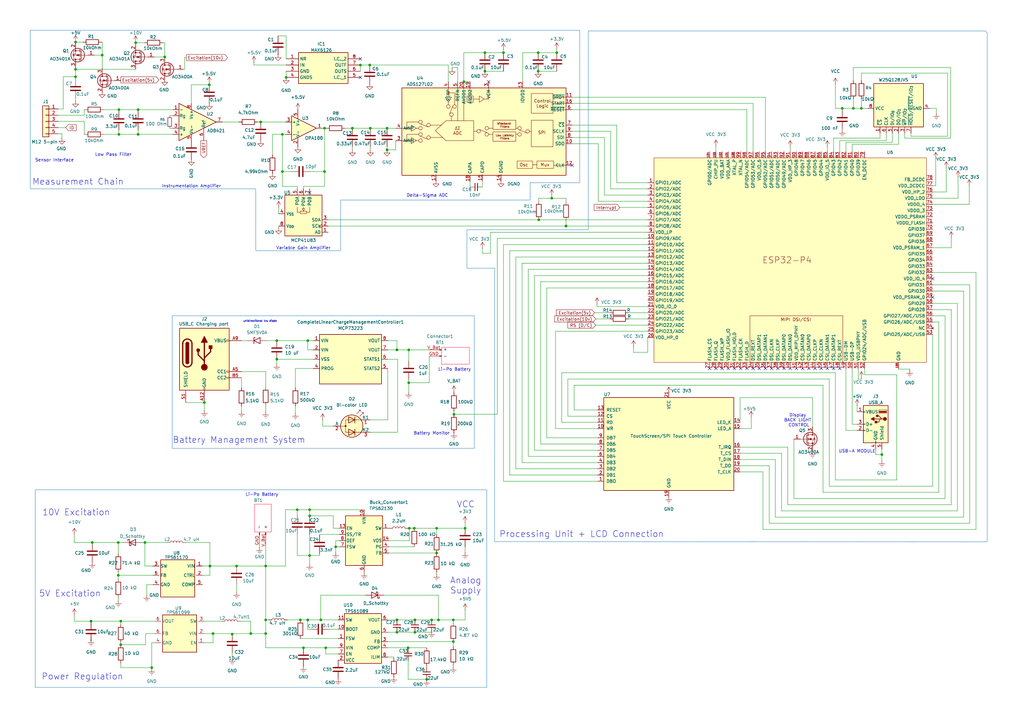
<source format=kicad_sch>
(kicad_sch
	(version 20250114)
	(generator "eeschema")
	(generator_version "9.0")
	(uuid "e09d161e-639f-4600-8aa9-665b6b461114")
	(paper "A3")
	(title_block
		(title "Mobile Force Verification Unit")
		(date "2025-11-29")
		(rev "0.6")
		(company "Innovatest")
		(comment 1 "Group 02")
	)
	
	(rectangle
		(start 14.478 200.914)
		(end 199.644 281.94)
		(stroke
			(width 0)
			(type solid)
			(color 33 122 182 1)
		)
		(fill
			(type none)
		)
		(uuid 273fe304-1525-4475-bd0c-9cb1051fc594)
	)
	(rectangle
		(start 70.612 129.54)
		(end 194.564 183.896)
		(stroke
			(width 0)
			(type solid)
			(color 33 122 182 1)
		)
		(fill
			(type none)
		)
		(uuid 86414abd-9359-41c7-87d4-c465f5d823c5)
	)
	(text "5V Excitation\n"
		(exclude_from_sim no)
		(at 28.702 243.586 0)
		(effects
			(font
				(size 2.54 2.54)
			)
		)
		(uuid "036bb8b3-3bc7-407d-978a-9822f27e085b")
	)
	(text "10V Excitation"
		(exclude_from_sim no)
		(at 31.242 210.312 0)
		(effects
			(font
				(size 2.54 2.54)
			)
		)
		(uuid "0ac713aa-ca7b-40ee-b464-37114ae384e9")
	)
	(text "-"
		(exclude_from_sim no)
		(at 182.626 146.304 0)
		(effects
			(font
				(size 1.27 1.27)
			)
		)
		(uuid "15d383b2-40e2-43a6-91e9-602992a48048")
	)
	(text "Power Regulation"
		(exclude_from_sim no)
		(at 33.782 277.622 0)
		(effects
			(font
				(size 2.54 2.54)
			)
		)
		(uuid "1d221ea3-62cf-4601-a612-4c1e27e9fd93")
	)
	(text "Delta-Sigma ADC"
		(exclude_from_sim no)
		(at 175.26 80.264 0)
		(effects
			(font
				(size 1.27 1.27)
			)
		)
		(uuid "27ac1ba2-e464-4279-97c7-19c0a243ae72")
	)
	(text "-"
		(exclude_from_sim no)
		(at 106.172 216.408 90)
		(effects
			(font
				(size 1.27 1.27)
			)
		)
		(uuid "28574cb5-8ac2-4e39-9f34-e21c2a6f7c04")
	)
	(text "Battery Monitor"
		(exclude_from_sim no)
		(at 177.038 177.8 0)
		(effects
			(font
				(size 1.27 1.27)
			)
		)
		(uuid "30105369-ca63-4003-bccb-715b1aac7eec")
	)
	(text "Processing Unit + LCD Connection \n"
		(exclude_from_sim no)
		(at 239.522 219.202 0)
		(effects
			(font
				(size 2.54 2.54)
			)
		)
		(uuid "4ccc6668-d391-4266-a930-4c5a4fe9b4ff")
	)
	(text "Analog\nSupply\n"
		(exclude_from_sim no)
		(at 191.008 240.284 0)
		(effects
			(font
				(size 2.54 2.54)
			)
		)
		(uuid "58a7c4d0-6fc2-41e9-8d37-57e26ce95581")
	)
	(text "Battery Management System"
		(exclude_from_sim no)
		(at 98.044 180.594 0)
		(effects
			(font
				(size 2.54 2.54)
			)
		)
		(uuid "59d4f498-18d3-48c8-b2ca-dc1cdd7bf438")
	)
	(text "Sensor Interface"
		(exclude_from_sim no)
		(at 22.352 65.786 0)
		(effects
			(font
				(size 1.27 1.27)
			)
		)
		(uuid "5b7040cf-eab4-4c00-bcb7-9c2f10b90e17")
	)
	(text "VCC\n"
		(exclude_from_sim no)
		(at 191.008 207.01 0)
		(effects
			(font
				(size 2.54 2.54)
			)
		)
		(uuid "6922bcb8-d56e-4b76-90f4-465ae2335f18")
	)
	(text "Variable Gain Amplifier\n"
		(exclude_from_sim no)
		(at 124.46 101.854 0)
		(effects
			(font
				(size 1.27 1.27)
			)
		)
		(uuid "79c0ed30-86be-46be-866a-5deabb630834")
	)
	(text "+"
		(exclude_from_sim no)
		(at 108.966 216.408 90)
		(effects
			(font
				(size 1.27 1.27)
			)
		)
		(uuid "7bd26f9c-560d-4835-83f1-59c354726e47")
	)
	(text "USB-A MODULE\n"
		(exclude_from_sim no)
		(at 351.536 185.166 0)
		(effects
			(font
				(size 1.27 1.27)
			)
		)
		(uuid "812693a7-2a88-4b0b-8e88-267e9ee43fbc")
	)
	(text "Instrumentation Amplifier"
		(exclude_from_sim no)
		(at 78.486 76.454 0)
		(effects
			(font
				(size 1.27 1.27)
			)
		)
		(uuid "85dcbeb5-3e48-419f-b2e3-93a4fead783d")
	)
	(text "+"
		(exclude_from_sim no)
		(at 182.626 143.51 0)
		(effects
			(font
				(size 1.27 1.27)
			)
		)
		(uuid "86b00727-8095-487a-9e68-71bdb6ea5689")
	)
	(text "unidirectional tvs diode"
		(exclude_from_sim no)
		(at 106.68 131.826 0)
		(effects
			(font
				(size 0.762 0.762)
			)
		)
		(uuid "88e1cf17-eb37-4a08-a965-322b5efa54e5")
	)
	(text "Low Pass Filter\n"
		(exclude_from_sim no)
		(at 46.482 63.5 0)
		(effects
			(font
				(size 1.27 1.27)
			)
		)
		(uuid "8d8134fa-a3c0-45d8-a9e6-8d3639088cad")
	)
	(text "Display \nBACK LIGHT \nCONTROL\n"
		(exclude_from_sim no)
		(at 327.66 172.466 0)
		(effects
			(font
				(size 1.27 1.27)
			)
		)
		(uuid "abb395c6-eb94-4b75-a055-b2a26438cc47")
	)
	(text "Li-Po Battery\n"
		(exclude_from_sim no)
		(at 107.442 202.946 0)
		(effects
			(font
				(size 1.27 1.27)
			)
		)
		(uuid "af52484d-38a7-4848-bdb9-e79c6c102318")
	)
	(text "Li-Po Battery\n"
		(exclude_from_sim no)
		(at 186.436 151.638 0)
		(effects
			(font
				(size 1.27 1.27)
			)
		)
		(uuid "b2b9d9cf-44d0-4863-afd7-a9bfc075bdf2")
	)
	(text "Measurement Chain\n"
		(exclude_from_sim no)
		(at 32.004 74.676 0)
		(effects
			(font
				(size 2.54 2.54)
			)
		)
		(uuid "d2de046f-9191-41d1-8997-ce6758081883")
	)
	(text_box ""
		(exclude_from_sim no)
		(at 111.252 206.756 90)
		(size -6.858 11.43)
		(margins 0.9525 0.9525 0.9525 0.9525)
		(stroke
			(width 0)
			(type solid)
			(color 255 18 58 1)
		)
		(fill
			(type none)
		)
		(effects
			(font
				(size 1.27 1.27)
			)
			(justify left top)
		)
		(uuid "4576b6e5-1ddb-471c-9352-5970e744a427")
	)
	(text_box ""
		(exclude_from_sim no)
		(at 181.102 142.494 0)
		(size 11.43 6.858)
		(margins 0.9525 0.9525 0.9525 0.9525)
		(stroke
			(width 0)
			(type solid)
			(color 255 18 58 1)
		)
		(fill
			(type none)
		)
		(effects
			(font
				(size 1.27 1.27)
			)
			(justify left top)
		)
		(uuid "bfb86460-7178-46c2-932a-6477475f7255")
	)
	(junction
		(at 83.82 165.1)
		(diameter 0)
		(color 0 0 0 0)
		(uuid "013d286f-d700-4442-a0dd-df35cf00046d")
	)
	(junction
		(at 151.638 26.67)
		(diameter 0)
		(color 0 0 0 0)
		(uuid "01dda3c2-25a7-4e39-84aa-bc433b77982f")
	)
	(junction
		(at 115.824 70.358)
		(diameter 0)
		(color 0 0 0 0)
		(uuid "02cfb8f6-d261-4e77-b735-4964bf015c7e")
	)
	(junction
		(at 123.19 254.254)
		(diameter 0)
		(color 0 0 0 0)
		(uuid "02ef25a9-5f2d-4e2d-8397-ce399a4c27b2")
	)
	(junction
		(at 151.892 52.578)
		(diameter 0)
		(color 0 0 0 0)
		(uuid "061757fe-4f75-4c0c-a93c-d641295d8850")
	)
	(junction
		(at 108.966 254.254)
		(diameter 0)
		(color 0 0 0 0)
		(uuid "0c90de8c-bc1c-404f-aa29-d981b1a3fe54")
	)
	(junction
		(at 56.642 55.118)
		(diameter 0)
		(color 0 0 0 0)
		(uuid "12d20021-d1de-4cfc-8e2c-811532918556")
	)
	(junction
		(at 158.75 52.578)
		(diameter 0)
		(color 0 0 0 0)
		(uuid "12f5b656-e3e9-42e4-8fe6-4a342dcaebdf")
	)
	(junction
		(at 67.564 23.368)
		(diameter 0)
		(color 0 0 0 0)
		(uuid "13378cd8-5a73-4bcf-9c34-bb6f8f64d598")
	)
	(junction
		(at 108.966 232.156)
		(diameter 0)
		(color 0 0 0 0)
		(uuid "139865be-e342-4807-9e2e-8937bea9a8c1")
	)
	(junction
		(at 124.46 265.684)
		(diameter 0)
		(color 0 0 0 0)
		(uuid "13e18c7b-8493-4020-92be-2a7565eb82b8")
	)
	(junction
		(at 108.966 259.842)
		(diameter 0)
		(color 0 0 0 0)
		(uuid "1f4bbc0b-5aa4-44e0-85d0-aeb1f129f5ea")
	)
	(junction
		(at 48.768 44.958)
		(diameter 0)
		(color 0 0 0 0)
		(uuid "1f78ae7d-68af-44d3-8762-b66aa37dc2a8")
	)
	(junction
		(at 126.238 254.254)
		(diameter 0)
		(color 0 0 0 0)
		(uuid "20dbd844-fae3-4452-9748-9a4a4e987e07")
	)
	(junction
		(at 133.096 52.578)
		(diameter 0)
		(color 0 0 0 0)
		(uuid "21b57200-34f7-4079-9cd8-876d49404771")
	)
	(junction
		(at 162.814 259.334)
		(diameter 0)
		(color 0 0 0 0)
		(uuid "240cd9fb-8e2e-4789-9427-820779a2d47d")
	)
	(junction
		(at 37.338 254.762)
		(diameter 0)
		(color 0 0 0 0)
		(uuid "27c1bdd9-5b73-480f-9fbd-e2d84a5be03f")
	)
	(junction
		(at 167.894 216.662)
		(diameter 0)
		(color 0 0 0 0)
		(uuid "29890956-ec9e-495a-9c1a-0cfa5b249043")
	)
	(junction
		(at 121.92 209.042)
		(diameter 0)
		(color 0 0 0 0)
		(uuid "2c9bf7c6-46f3-4364-85b9-a26784fb602a")
	)
	(junction
		(at 85.852 34.798)
		(diameter 0)
		(color 0 0 0 0)
		(uuid "30bdad8a-ec4c-4b4c-9de9-752e66254d47")
	)
	(junction
		(at 167.64 143.51)
		(diameter 0)
		(color 0 0 0 0)
		(uuid "311f4222-031f-4968-9782-8d807e7f7cd8")
	)
	(junction
		(at 170.18 259.334)
		(diameter 0)
		(color 0 0 0 0)
		(uuid "33675628-472c-4144-bd3c-a9a9795f7754")
	)
	(junction
		(at 127 211.582)
		(diameter 0)
		(color 0 0 0 0)
		(uuid "337569a7-2bae-4816-a958-8833423bb9ab")
	)
	(junction
		(at 158.75 61.468)
		(diameter 0)
		(color 0 0 0 0)
		(uuid "35c76d1f-786e-48b8-881c-07d28a86c8fd")
	)
	(junction
		(at 55.626 17.526)
		(diameter 0)
		(color 0 0 0 0)
		(uuid "36b08a3e-6f90-490b-9ba0-1b5ccd12f37f")
	)
	(junction
		(at 228.346 21.59)
		(diameter 0)
		(color 0 0 0 0)
		(uuid "3a84f29e-5eb5-43bc-a6d0-dacba73997a9")
	)
	(junction
		(at 170.18 254.254)
		(diameter 0)
		(color 0 0 0 0)
		(uuid "3c1e6cdb-1b0e-40d2-91c6-6b8e2a7d8e6d")
	)
	(junction
		(at 345.44 44.45)
		(diameter 0)
		(color 0 0 0 0)
		(uuid "3ec74324-2d00-4c51-b2a4-271072ce42c9")
	)
	(junction
		(at 175.006 278.638)
		(diameter 0)
		(color 0 0 0 0)
		(uuid "4165455a-d079-4fc9-ac06-4f87024be977")
	)
	(junction
		(at 232.156 92.71)
		(diameter 0)
		(color 0 0 0 0)
		(uuid "45457b3c-2c63-4f0d-9676-75374fffe7a1")
	)
	(junction
		(at 41.91 22.606)
		(diameter 0)
		(color 0 0 0 0)
		(uuid "47009a8a-bb7b-4f1a-8aad-ded927338d61")
	)
	(junction
		(at 113.538 147.32)
		(diameter 0)
		(color 0 0 0 0)
		(uuid "480fcbbd-aae0-47c7-81ec-df014892d9de")
	)
	(junction
		(at 49.53 254.762)
		(diameter 0)
		(color 0 0 0 0)
		(uuid "49ef26a7-5e02-4bd2-87a0-47c0f3171ccb")
	)
	(junction
		(at 220.726 29.21)
		(diameter 0)
		(color 0 0 0 0)
		(uuid "4cb74319-b25f-40e6-8b4e-e10c7c00b5c5")
	)
	(junction
		(at 59.436 222.504)
		(diameter 0)
		(color 0 0 0 0)
		(uuid "4f35fcfb-557f-4a65-8558-a33303ddde9e")
	)
	(junction
		(at 30.988 17.272)
		(diameter 0)
		(color 0 0 0 0)
		(uuid "4fa4720d-a96e-45a0-b996-55e82920aa84")
	)
	(junction
		(at 56.642 44.958)
		(diameter 0)
		(color 0 0 0 0)
		(uuid "50cec5d8-d678-4a85-955e-232692819edd")
	)
	(junction
		(at 169.926 216.662)
		(diameter 0)
		(color 0 0 0 0)
		(uuid "53afef6c-c919-448c-8293-e8e910987aef")
	)
	(junction
		(at 167.64 156.972)
		(diameter 0)
		(color 0 0 0 0)
		(uuid "558b6e68-8810-4fd6-adec-a8064a717bef")
	)
	(junction
		(at 185.928 263.144)
		(diameter 0)
		(color 0 0 0 0)
		(uuid "55cf69dc-4e7e-4a38-b0f2-18f60b7b7238")
	)
	(junction
		(at 87.376 259.842)
		(diameter 0)
		(color 0 0 0 0)
		(uuid "57eb7bc2-cd80-4349-a7ae-f8ca62c5a719")
	)
	(junction
		(at 113.538 139.7)
		(diameter 0)
		(color 0 0 0 0)
		(uuid "5b525e1e-5093-4101-ab71-78cbf3421540")
	)
	(junction
		(at 185.928 254.254)
		(diameter 0)
		(color 0 0 0 0)
		(uuid "5c379905-5e64-463f-95a3-8ed7d667c83a")
	)
	(junction
		(at 117.348 31.75)
		(diameter 0)
		(color 0 0 0 0)
		(uuid "610eb02c-2011-40c7-96f6-c462a69e5c83")
	)
	(junction
		(at 220.726 21.59)
		(diameter 0)
		(color 0 0 0 0)
		(uuid "6468bbd3-6c71-4136-aedb-7f486eb05100")
	)
	(junction
		(at 198.882 29.21)
		(diameter 0)
		(color 0 0 0 0)
		(uuid "6de32afa-aab9-45df-be19-4725c99464b0")
	)
	(junction
		(at 86.106 232.156)
		(diameter 0)
		(color 0 0 0 0)
		(uuid "7589dcce-af99-4920-87ce-bcf2ca5a6127")
	)
	(junction
		(at 62.23 273.812)
		(diameter 0)
		(color 0 0 0 0)
		(uuid "77609968-bfa8-4920-a381-e84cf1a344e7")
	)
	(junction
		(at 131.572 254.254)
		(diameter 0)
		(color 0 0 0 0)
		(uuid "77d5dd27-ed06-4a9b-952a-8942750eeffc")
	)
	(junction
		(at 198.882 21.59)
		(diameter 0)
		(color 0 0 0 0)
		(uuid "790dd922-8879-4fbf-917b-bef8424b47eb")
	)
	(junction
		(at 102.87 259.842)
		(diameter 0)
		(color 0 0 0 0)
		(uuid "7beca027-8dd6-4200-aa56-a85567c52efe")
	)
	(junction
		(at 115.824 55.118)
		(diameter 0)
		(color 0 0 0 0)
		(uuid "7ddf5f19-1139-47be-bcef-07c2e8741a3a")
	)
	(junction
		(at 162.814 254.254)
		(diameter 0)
		(color 0 0 0 0)
		(uuid "83181df5-d28b-4f18-b8d7-61fb7147f5ea")
	)
	(junction
		(at 350.012 44.45)
		(diameter 0)
		(color 0 0 0 0)
		(uuid "86657bfd-9b40-43ca-ab91-632ec7781fba")
	)
	(junction
		(at 95.25 260.096)
		(diameter 0)
		(color 0 0 0 0)
		(uuid "8e12d78a-3776-4774-b73c-cc4cd8363c3c")
	)
	(junction
		(at 167.386 265.684)
		(diameter 0)
		(color 0 0 0 0)
		(uuid "8eeddcd7-a836-4fe3-bed6-ce4ea70031f3")
	)
	(junction
		(at 48.514 235.966)
		(diameter 0)
		(color 0 0 0 0)
		(uuid "968c117e-041f-4ad0-b174-a8252fa7e3ff")
	)
	(junction
		(at 179.07 216.662)
		(diameter 0)
		(color 0 0 0 0)
		(uuid "997cb885-f04f-46ae-963e-474c9cf8916d")
	)
	(junction
		(at 179.832 254.254)
		(diameter 0)
		(color 0 0 0 0)
		(uuid "a6ad5e08-1f00-494f-81fc-b190ce4799f3")
	)
	(junction
		(at 30.988 31.496)
		(diameter 0)
		(color 0 0 0 0)
		(uuid "a6d55eb3-eb5a-4dcf-8a58-7fb1f5cb8e97")
	)
	(junction
		(at 133.096 70.358)
		(diameter 0)
		(color 0 0 0 0)
		(uuid "a83d6ecd-75a7-4da8-83b4-760b732b12f6")
	)
	(junction
		(at 190.754 216.662)
		(diameter 0)
		(color 0 0 0 0)
		(uuid "ad474c9f-9a00-4f5f-88aa-2ac13e1c5ee5")
	)
	(junction
		(at 127 209.042)
		(diameter 0)
		(color 0 0 0 0)
		(uuid "b5663e39-528c-4168-8d8b-602bdbe40033")
	)
	(junction
		(at 186.182 169.926)
		(diameter 0)
		(color 0 0 0 0)
		(uuid "b7354ec5-732f-42b9-9d1f-a61b7206cc1d")
	)
	(junction
		(at 137.668 224.282)
		(diameter 0)
		(color 0 0 0 0)
		(uuid "be1393cb-515b-4bca-9b90-0617a388566f")
	)
	(junction
		(at 353.314 44.45)
		(diameter 0)
		(color 0 0 0 0)
		(uuid "c4266fe8-4740-41f4-a18d-188730358db7")
	)
	(junction
		(at 190.246 33.528)
		(diameter 0)
		(color 0 0 0 0)
		(uuid "c6831579-8932-496a-9373-7c6836962d7c")
	)
	(junction
		(at 127 227.838)
		(diameter 0)
		(color 0 0 0 0)
		(uuid "c83fb60d-ecf6-414b-b45b-48fd97f406ac")
	)
	(junction
		(at 179.07 226.822)
		(diameter 0)
		(color 0 0 0 0)
		(uuid "c9692725-d382-47b5-9e6c-6ed6fbb3f14b")
	)
	(junction
		(at 144.526 52.578)
		(diameter 0)
		(color 0 0 0 0)
		(uuid "cb5bf085-0cc9-4747-8715-1abcd6cd7601")
	)
	(junction
		(at 147.828 26.67)
		(diameter 0)
		(color 0 0 0 0)
		(uuid "d268ee38-c770-46e8-9756-bb83f423cdaf")
	)
	(junction
		(at 133.604 265.684)
		(diameter 0)
		(color 0 0 0 0)
		(uuid "d2977c37-d131-4062-96ed-e25023f6bc91")
	)
	(junction
		(at 106.934 50.038)
		(diameter 0)
		(color 0 0 0 0)
		(uuid "d41464a9-6dae-4a64-a51f-8838b0a6ae7d")
	)
	(junction
		(at 206.502 21.59)
		(diameter 0)
		(color 0 0 0 0)
		(uuid "d5fba160-f073-4a40-99bf-ab64ebe302e6")
	)
	(junction
		(at 126.238 139.7)
		(diameter 0)
		(color 0 0 0 0)
		(uuid "dc30882c-fa27-4b49-8279-bd7837c7112a")
	)
	(junction
		(at 37.846 222.504)
		(diameter 0)
		(color 0 0 0 0)
		(uuid "dcd96d05-328a-4b08-86bd-e212781dbd9b")
	)
	(junction
		(at 162.814 143.51)
		(diameter 0)
		(color 0 0 0 0)
		(uuid "e11871bc-b74c-45af-aa18-14a67001bf34")
	)
	(junction
		(at 361.696 186.436)
		(diameter 0)
		(color 0 0 0 0)
		(uuid "e37e7f50-5a69-44b5-876d-af2545162237")
	)
	(junction
		(at 97.028 232.156)
		(diameter 0)
		(color 0 0 0 0)
		(uuid "e75eece5-6b81-48e8-a004-a262668743db")
	)
	(junction
		(at 220.98 90.17)
		(diameter 0)
		(color 0 0 0 0)
		(uuid "e9c22505-5f08-46f7-82ae-07234e8f2fb1")
	)
	(junction
		(at 49.53 264.414)
		(diameter 0)
		(color 0 0 0 0)
		(uuid "ea519315-6600-44a7-8217-1b3400d5dc0b")
	)
	(junction
		(at 226.314 81.28)
		(diameter 0)
		(color 0 0 0 0)
		(uuid "f14c9323-215d-408d-838f-c57ec404efe7")
	)
	(junction
		(at 30.988 28.448)
		(diameter 0)
		(color 0 0 0 0)
		(uuid "f2c2e0c2-e4dc-42ef-bdae-bb2def7b8175")
	)
	(junction
		(at 48.768 55.118)
		(diameter 0)
		(color 0 0 0 0)
		(uuid "f3a6913e-cc74-4afc-ad31-e05c85c4f0e6")
	)
	(junction
		(at 177.038 254.254)
		(diameter 0)
		(color 0 0 0 0)
		(uuid "f49ef55e-4ea2-42de-8871-ba22a30a8bb0")
	)
	(junction
		(at 48.514 222.504)
		(diameter 0)
		(color 0 0 0 0)
		(uuid "ff3eb2cd-2651-4e50-8ea0-8eb833db37b7")
	)
	(no_connect
		(at 341.884 151.13)
		(uuid "136a1443-2e84-4ef3-8695-a052ba01ba38")
	)
	(no_connect
		(at 324.104 151.13)
		(uuid "216beae5-4eea-488b-b6d0-e0f23fb55e59")
	)
	(no_connect
		(at 331.724 151.13)
		(uuid "21b7440c-4f10-42a4-81c1-f5538c4ac8ef")
	)
	(no_connect
		(at 344.424 151.13)
		(uuid "29ed9a5b-fa3b-41ef-bee7-7926d281f567")
	)
	(no_connect
		(at 303.784 151.13)
		(uuid "2a130af2-ed6e-4d96-91d4-6f60494c60ef")
	)
	(no_connect
		(at 308.864 151.13)
		(uuid "3bf60b23-8ead-48e8-af0f-16fc33edacfb")
	)
	(no_connect
		(at 291.084 151.13)
		(uuid "3e46594c-05b7-4c45-a986-e693e217ac96")
	)
	(no_connect
		(at 321.564 151.13)
		(uuid "40c5d146-df3d-4988-832e-2d3369858bce")
	)
	(no_connect
		(at 313.944 151.13)
		(uuid "47e24a70-4b65-4c95-998b-3e0264878b01")
	)
	(no_connect
		(at 339.344 151.13)
		(uuid "496d8d4e-8f99-4fc1-bb32-35b88f375bdb")
	)
	(no_connect
		(at 301.244 151.13)
		(uuid "4a5cc789-c937-4318-b6e4-452af1586598")
	)
	(no_connect
		(at 336.804 151.13)
		(uuid "5362e523-2251-46a8-a6e9-a3f2fb918ab3")
	)
	(no_connect
		(at 316.484 151.13)
		(uuid "57e8dc31-7453-4cc9-a34f-712921e033a4")
	)
	(no_connect
		(at 293.624 151.13)
		(uuid "603066c0-70c6-43c9-b00e-ad4080e54355")
	)
	(no_connect
		(at 147.828 31.75)
		(uuid "635ea7db-32c6-44bb-addf-47292f75c9d7")
	)
	(no_connect
		(at 200.406 33.528)
		(uuid "74ffedb7-29c3-4a64-ba91-a96a53bc2a51")
	)
	(no_connect
		(at 319.024 151.13)
		(uuid "7c7b08b8-a70c-47b8-8c3c-d3ded9d65ebb")
	)
	(no_connect
		(at 326.644 151.13)
		(uuid "80b2d6b0-dac4-46b3-8634-f8c6201a59a1")
	)
	(no_connect
		(at 127 78.994)
		(uuid "90775881-ac1b-447f-93b6-72a88df6b30f")
	)
	(no_connect
		(at 147.828 24.13)
		(uuid "a26e058b-f678-48ca-a216-584bdc42d009")
	)
	(no_connect
		(at 311.404 151.13)
		(uuid "b4a99993-ea92-48f4-943a-44f4768bf939")
	)
	(no_connect
		(at 329.184 151.13)
		(uuid "bbef41ad-2fe4-4070-ad34-d332ea9726dc")
	)
	(no_connect
		(at 296.164 151.13)
		(uuid "d8b8aa65-8195-4b79-b973-5f249633f71b")
	)
	(no_connect
		(at 234.696 67.818)
		(uuid "e4a4f8ec-3a4e-40eb-a7f2-369d9c162492")
	)
	(no_connect
		(at 306.324 151.13)
		(uuid "e72dab9e-b7bb-4a63-a30c-879ae894ba6a")
	)
	(no_connect
		(at 382.524 114.3)
		(uuid "f3c41930-c165-45b0-8bb0-f7e6a7bcfc6e")
	)
	(no_connect
		(at 334.264 151.13)
		(uuid "f8ae3993-07a6-4a4e-8972-a945673fcd64")
	)
	(no_connect
		(at 382.524 121.92)
		(uuid "f96ce935-41f8-4fa7-ba0d-57eac242082b")
	)
	(no_connect
		(at 298.704 151.13)
		(uuid "ffa22f00-0ccc-4e85-aee5-844c49f59ab3")
	)
	(wire
		(pts
			(xy 234.696 51.308) (xy 252.984 51.308)
		)
		(stroke
			(width 0)
			(type default)
		)
		(uuid "00f76f5f-836b-4610-a0ee-b07adb118e7f")
	)
	(wire
		(pts
			(xy 167.894 216.662) (xy 167.894 221.742)
		)
		(stroke
			(width 0)
			(type default)
		)
		(uuid "0145fe3b-e5d2-4ab7-a322-84ed08929215")
	)
	(wire
		(pts
			(xy 206.502 29.21) (xy 198.882 29.21)
		)
		(stroke
			(width 0)
			(type default)
		)
		(uuid "01670158-ae91-441b-8fdf-ddc797671430")
	)
	(wire
		(pts
			(xy 361.696 186.436) (xy 361.696 188.976)
		)
		(stroke
			(width 0)
			(type default)
		)
		(uuid "019bf9e8-8654-467d-98ff-9eb05314b91b")
	)
	(wire
		(pts
			(xy 127.508 258.064) (xy 126.238 258.064)
		)
		(stroke
			(width 0)
			(type default)
		)
		(uuid "02b10ebd-0c83-4cc2-8185-c75fad9280ea")
	)
	(wire
		(pts
			(xy 151.892 172.212) (xy 159.004 172.212)
		)
		(stroke
			(width 0)
			(type default)
		)
		(uuid "02d005e3-d5dd-48d5-bc1b-a0f710a1e972")
	)
	(wire
		(pts
			(xy 342.646 44.45) (xy 345.44 44.45)
		)
		(stroke
			(width 0)
			(type default)
		)
		(uuid "02e09e19-b4ed-414c-9b89-c65149a1d5d1")
	)
	(wire
		(pts
			(xy 86.106 232.156) (xy 86.106 222.504)
		)
		(stroke
			(width 0)
			(type default)
		)
		(uuid "02e8d09c-876b-45ee-aa41-66e5de6ead2f")
	)
	(wire
		(pts
			(xy 159.004 263.144) (xy 185.928 263.144)
		)
		(stroke
			(width 0)
			(type default)
		)
		(uuid "031e5465-6cfa-4f45-8961-f1a9ab8b73a3")
	)
	(wire
		(pts
			(xy 124.46 76.454) (xy 124.46 77.47)
		)
		(stroke
			(width 0)
			(type default)
		)
		(uuid "039e2cc2-dae8-4ac2-a420-92371bb4f286")
	)
	(wire
		(pts
			(xy 102.87 259.842) (xy 95.25 259.842)
		)
		(stroke
			(width 0)
			(type default)
		)
		(uuid "0467f5fa-27d7-45dd-99a8-c4c956cbe014")
	)
	(wire
		(pts
			(xy 350.012 44.45) (xy 353.314 44.45)
		)
		(stroke
			(width 0)
			(type default)
		)
		(uuid "049e2530-1d89-4c8f-9e12-3991dfa41c96")
	)
	(wire
		(pts
			(xy 306.324 44.958) (xy 306.324 62.23)
		)
		(stroke
			(width 0)
			(type default)
		)
		(uuid "04dbdffc-ef3d-42dd-9873-e54696a687d7")
	)
	(wire
		(pts
			(xy 167.894 216.662) (xy 169.926 216.662)
		)
		(stroke
			(width 0)
			(type default)
		)
		(uuid "050b85bc-9658-461f-9e04-912ec4fd9968")
	)
	(wire
		(pts
			(xy 382.524 78.74) (xy 388.112 78.74)
		)
		(stroke
			(width 0)
			(type default)
		)
		(uuid "0519c977-b775-4eda-9e09-4bcb5165a8d5")
	)
	(wire
		(pts
			(xy 106.426 223.52) (xy 106.426 224.536)
		)
		(stroke
			(width 0)
			(type default)
		)
		(uuid "05ff5b43-fe88-4f9d-af9f-4c00bbf23337")
	)
	(wire
		(pts
			(xy 354.584 153.67) (xy 367.792 153.67)
		)
		(stroke
			(width 0)
			(type default)
		)
		(uuid "06363c44-926c-48f2-929e-034be59bbaf3")
	)
	(wire
		(pts
			(xy 59.69 264.414) (xy 59.69 259.842)
		)
		(stroke
			(width 0)
			(type default)
		)
		(uuid "06475680-2889-4b9c-b042-5fd59898c043")
	)
	(wire
		(pts
			(xy 381.254 44.45) (xy 384.048 44.45)
		)
		(stroke
			(width 0)
			(type default)
		)
		(uuid "06cbdc68-2fc4-4d10-a057-a88ec2091c0e")
	)
	(wire
		(pts
			(xy 234.696 53.848) (xy 250.444 53.848)
		)
		(stroke
			(width 0)
			(type default)
		)
		(uuid "06ebe2b7-9516-4a61-9ee7-d936ccb36f6a")
	)
	(wire
		(pts
			(xy 224.282 118.11) (xy 265.684 118.11)
		)
		(stroke
			(width 0)
			(type default)
		)
		(uuid "070463cb-e04c-4722-a10d-c7cc11c4cc92")
	)
	(wire
		(pts
			(xy 131.064 219.456) (xy 131.064 219.202)
		)
		(stroke
			(width 0)
			(type default)
		)
		(uuid "073cd7d6-9462-4bb4-93de-753b25f1ac9c")
	)
	(wire
		(pts
			(xy 48.768 53.34) (xy 48.768 55.118)
		)
		(stroke
			(width 0)
			(type default)
		)
		(uuid "074b85d6-64f0-44ce-979e-9fccd027faca")
	)
	(wire
		(pts
			(xy 115.824 55.118) (xy 115.824 70.358)
		)
		(stroke
			(width 0)
			(type default)
		)
		(uuid "07a03ac9-2eb6-4cd0-8ede-1dbac6db90d9")
	)
	(wire
		(pts
			(xy 127 219.202) (xy 127 227.838)
		)
		(stroke
			(width 0)
			(type default)
		)
		(uuid "09123523-fc14-460a-baf6-8840db31f4b7")
	)
	(wire
		(pts
			(xy 99.06 154.94) (xy 99.06 159.004)
		)
		(stroke
			(width 0)
			(type default)
		)
		(uuid "093e6ef3-45f0-4237-a5e0-b8f595cf3e7b")
	)
	(wire
		(pts
			(xy 159.004 139.7) (xy 162.814 139.7)
		)
		(stroke
			(width 0)
			(type default)
		)
		(uuid "097abf07-ce86-4222-9140-d1615bda49e5")
	)
	(wire
		(pts
			(xy 349.504 151.13) (xy 349.504 173.99)
		)
		(stroke
			(width 0)
			(type default)
		)
		(uuid "09a4e52e-8be1-4885-803a-2dd37e6eb823")
	)
	(wire
		(pts
			(xy 235.458 168.148) (xy 235.458 157.988)
		)
		(stroke
			(width 0)
			(type default)
		)
		(uuid "0a39aaca-b247-4138-a642-f7823361076c")
	)
	(wire
		(pts
			(xy 232.156 92.71) (xy 265.684 92.71)
		)
		(stroke
			(width 0)
			(type default)
		)
		(uuid "0a96242b-d89a-4797-afba-ea0fe27a6dfe")
	)
	(wire
		(pts
			(xy 106.934 50.038) (xy 117.094 50.038)
		)
		(stroke
			(width 0)
			(type default)
		)
		(uuid "0ad7dddb-0679-4bd2-809b-d79b6a1d5215")
	)
	(wire
		(pts
			(xy 41.91 22.606) (xy 41.91 27.94)
		)
		(stroke
			(width 0)
			(type default)
		)
		(uuid "0adb2ac8-3de1-4bb3-b421-8d83b28cac6a")
	)
	(wire
		(pts
			(xy 94.996 259.842) (xy 87.376 259.842)
		)
		(stroke
			(width 0)
			(type default)
		)
		(uuid "0b1f069d-3346-40d7-85b8-74fae1aded2c")
	)
	(wire
		(pts
			(xy 203.962 169.926) (xy 203.962 97.79)
		)
		(stroke
			(width 0)
			(type default)
		)
		(uuid "0b2cfd35-ff41-4eb6-8a1a-8cb837508e9a")
	)
	(wire
		(pts
			(xy 159.512 224.282) (xy 169.926 224.282)
		)
		(stroke
			(width 0)
			(type default)
		)
		(uuid "0b6c761b-85c7-40bc-83b8-f4a30ef64501")
	)
	(wire
		(pts
			(xy 167.386 216.662) (xy 167.894 216.662)
		)
		(stroke
			(width 0)
			(type default)
		)
		(uuid "0bfc373c-244d-451d-90d5-993faf885ef6")
	)
	(wire
		(pts
			(xy 167.386 265.684) (xy 167.386 265.938)
		)
		(stroke
			(width 0)
			(type default)
		)
		(uuid "0c35d157-755e-45e7-8d36-fd105b9371d5")
	)
	(wire
		(pts
			(xy 114.3 92.71) (xy 114.3 93.472)
		)
		(stroke
			(width 0)
			(type default)
		)
		(uuid "0c4ffb0a-051e-4afa-b418-553ef574f53d")
	)
	(wire
		(pts
			(xy 344.424 57.658) (xy 363.474 57.658)
		)
		(stroke
			(width 0)
			(type default)
		)
		(uuid "0c588318-43f1-4b74-ab16-f94608cffe1d")
	)
	(wire
		(pts
			(xy 351.536 168.91) (xy 351.536 166.37)
		)
		(stroke
			(width 0)
			(type default)
		)
		(uuid "0d420b96-09d3-422f-93c4-7aec5b671fe5")
	)
	(wire
		(pts
			(xy 62.738 239.776) (xy 60.198 239.776)
		)
		(stroke
			(width 0)
			(type default)
		)
		(uuid "0ecae855-f342-4ba7-a84b-605b028e2adf")
	)
	(wire
		(pts
			(xy 159.004 254.254) (xy 162.814 254.254)
		)
		(stroke
			(width 0)
			(type default)
		)
		(uuid "0ee2ac83-4672-41d7-aba5-ed4666346709")
	)
	(wire
		(pts
			(xy 303.53 183.388) (xy 323.088 183.388)
		)
		(stroke
			(width 0)
			(type default)
		)
		(uuid "0ff2da4e-7181-497f-92e1-7fb7ebc71d52")
	)
	(wire
		(pts
			(xy 133.096 52.578) (xy 133.096 70.358)
		)
		(stroke
			(width 0)
			(type default)
		)
		(uuid "1024c7fd-3361-4798-a9b1-632b7db2fb7b")
	)
	(wire
		(pts
			(xy 133.096 76.454) (xy 124.46 76.454)
		)
		(stroke
			(width 0)
			(type default)
		)
		(uuid "10c9fd5b-ab05-440e-a6e2-cdc8f5867b4b")
	)
	(wire
		(pts
			(xy 159.512 226.822) (xy 179.07 226.822)
		)
		(stroke
			(width 0)
			(type default)
		)
		(uuid "1121f600-426b-4aad-a8eb-68313c9c1fcf")
	)
	(wire
		(pts
			(xy 133.604 265.684) (xy 138.684 265.684)
		)
		(stroke
			(width 0)
			(type default)
		)
		(uuid "1143b652-8fb4-482f-adef-f69867bf24d2")
	)
	(wire
		(pts
			(xy 245.11 192.278) (xy 211.582 192.278)
		)
		(stroke
			(width 0)
			(type default)
		)
		(uuid "114851e9-3989-4641-96a8-dbfd336fd467")
	)
	(wire
		(pts
			(xy 167.64 143.51) (xy 167.64 148.082)
		)
		(stroke
			(width 0)
			(type default)
		)
		(uuid "117ea75f-2548-4ddc-9590-569f8df49697")
	)
	(wire
		(pts
			(xy 121.92 76.454) (xy 121.92 77.47)
		)
		(stroke
			(width 0)
			(type default)
		)
		(uuid "11968f71-313e-478e-a7b3-934ce3b12a14")
	)
	(wire
		(pts
			(xy 214.376 21.59) (xy 214.376 33.528)
		)
		(stroke
			(width 0)
			(type default)
		)
		(uuid "11b3cb88-bdd0-482d-b71f-ee92d02f7935")
	)
	(wire
		(pts
			(xy 235.458 157.988) (xy 337.566 157.988)
		)
		(stroke
			(width 0)
			(type default)
		)
		(uuid "12017106-458c-49ec-9b83-681856ef25d1")
	)
	(wire
		(pts
			(xy 257.81 128.27) (xy 265.684 128.27)
		)
		(stroke
			(width 0)
			(type default)
		)
		(uuid "137076c3-4305-4980-91c6-c1960ac45971")
	)
	(wire
		(pts
			(xy 371.094 54.61) (xy 371.094 56.642)
		)
		(stroke
			(width 0)
			(type default)
		)
		(uuid "13fae64b-6566-49a3-a18d-3f839918289c")
	)
	(wire
		(pts
			(xy 312.928 217.17) (xy 400.304 217.17)
		)
		(stroke
			(width 0)
			(type default)
		)
		(uuid "140cc1b6-505b-442c-bb9e-503cc7a28ac5")
	)
	(wire
		(pts
			(xy 48.514 246.38) (xy 48.514 245.11)
		)
		(stroke
			(width 0)
			(type default)
		)
		(uuid "1448b8f4-5b46-4f9b-a03b-f03214cc8c6c")
	)
	(wire
		(pts
			(xy 234.696 42.418) (xy 308.864 42.418)
		)
		(stroke
			(width 0)
			(type default)
		)
		(uuid "14f1ff5a-e1ec-4948-8046-df6e7cb0aebf")
	)
	(wire
		(pts
			(xy 55.626 17.526) (xy 59.182 17.526)
		)
		(stroke
			(width 0)
			(type default)
		)
		(uuid "15cdcd29-375f-4d94-8a05-c04662393ec6")
	)
	(wire
		(pts
			(xy 104.14 26.67) (xy 117.348 26.67)
		)
		(stroke
			(width 0)
			(type default)
		)
		(uuid "16a223ef-fc17-4e58-92ac-b6bfaad41e0a")
	)
	(wire
		(pts
			(xy 158.75 61.468) (xy 158.75 60.198)
		)
		(stroke
			(width 0)
			(type default)
		)
		(uuid "16b02888-985f-4b92-8de4-e75ce6976eea")
	)
	(wire
		(pts
			(xy 337.566 201.93) (xy 385.064 201.93)
		)
		(stroke
			(width 0)
			(type default)
		)
		(uuid "1747f313-44b8-4519-b98e-11b3ed8d7ed9")
	)
	(wire
		(pts
			(xy 179.07 216.662) (xy 179.07 219.202)
		)
		(stroke
			(width 0)
			(type default)
		)
		(uuid "175d5125-f15b-482c-b0ae-188d352d845e")
	)
	(wire
		(pts
			(xy 220.98 82.55) (xy 220.98 81.28)
		)
		(stroke
			(width 0)
			(type default)
		)
		(uuid "1775d319-f740-4df7-b386-768e36d984af")
	)
	(wire
		(pts
			(xy 67.564 17.526) (xy 67.564 23.368)
		)
		(stroke
			(width 0)
			(type default)
		)
		(uuid "178119a1-b8dc-4ac5-a176-933792f1a29e")
	)
	(wire
		(pts
			(xy 190.754 250.19) (xy 190.754 254.254)
		)
		(stroke
			(width 0)
			(type default)
		)
		(uuid "17abb328-3203-4ce7-9a7e-36c6b4c368cd")
	)
	(wire
		(pts
			(xy 128.524 151.13) (xy 121.158 151.13)
		)
		(stroke
			(width 0)
			(type default)
		)
		(uuid "17b94f86-f673-4d97-982c-66e970d48fdf")
	)
	(wire
		(pts
			(xy 324.104 60.198) (xy 324.104 62.23)
		)
		(stroke
			(width 0)
			(type default)
		)
		(uuid "19c91179-b12c-438b-aede-e4646f64747a")
	)
	(wire
		(pts
			(xy 151.638 26.67) (xy 183.896 26.67)
		)
		(stroke
			(width 0)
			(type default)
		)
		(uuid "1bccd696-8902-48be-937e-98c2be880762")
	)
	(wire
		(pts
			(xy 30.988 17.272) (xy 34.036 17.272)
		)
		(stroke
			(width 0)
			(type default)
		)
		(uuid "1c1dbac8-cf81-43d4-b15a-7fe64be3ff4d")
	)
	(wire
		(pts
			(xy 265.684 80.01) (xy 247.904 80.01)
		)
		(stroke
			(width 0)
			(type default)
		)
		(uuid "1c32c114-4dfe-400d-a056-7eceac1c8cb7")
	)
	(wire
		(pts
			(xy 49.53 254.762) (xy 49.53 256.032)
		)
		(stroke
			(width 0)
			(type default)
		)
		(uuid "1c4b8a56-1543-445c-a4b9-ac3e1f7bf488")
	)
	(wire
		(pts
			(xy 363.474 57.658) (xy 363.474 54.61)
		)
		(stroke
			(width 0)
			(type default)
		)
		(uuid "1c71187e-9de7-48f5-ae9b-2430faea11e1")
	)
	(wire
		(pts
			(xy 48.768 44.958) (xy 48.768 45.72)
		)
		(stroke
			(width 0)
			(type default)
		)
		(uuid "1d62a766-e4fb-4bb0-b9c8-9bf125712f15")
	)
	(wire
		(pts
			(xy 201.168 95.25) (xy 265.684 95.25)
		)
		(stroke
			(width 0)
			(type default)
		)
		(uuid "1f6c846c-4364-4cf7-a79c-f38465757a09")
	)
	(wire
		(pts
			(xy 359.156 186.436) (xy 359.156 184.15)
		)
		(stroke
			(width 0)
			(type default)
		)
		(uuid "1f997762-dd49-4b66-8e54-0f81e3ed8308")
	)
	(wire
		(pts
			(xy 159.512 216.662) (xy 159.766 216.662)
		)
		(stroke
			(width 0)
			(type default)
		)
		(uuid "2041a191-a9a6-445b-80f1-f0559fad4eb7")
	)
	(wire
		(pts
			(xy 206.502 21.59) (xy 198.882 21.59)
		)
		(stroke
			(width 0)
			(type default)
		)
		(uuid "209e9bd5-3de5-4e3b-ab7e-aa2e6e850269")
	)
	(wire
		(pts
			(xy 167.894 221.742) (xy 159.512 221.742)
		)
		(stroke
			(width 0)
			(type default)
		)
		(uuid "20cd7d4b-8602-495a-8fdf-ce03e2330252")
	)
	(wire
		(pts
			(xy 49.53 264.414) (xy 49.53 263.652)
		)
		(stroke
			(width 0)
			(type default)
		)
		(uuid "21f24d97-c8a1-4383-b902-bdfd2b912c47")
	)
	(wire
		(pts
			(xy 147.828 26.67) (xy 151.638 26.67)
		)
		(stroke
			(width 0)
			(type default)
		)
		(uuid "2202353a-3e0f-4c7e-ae37-a6550dea4671")
	)
	(wire
		(pts
			(xy 190.754 254.254) (xy 185.928 254.254)
		)
		(stroke
			(width 0)
			(type default)
		)
		(uuid "22954da6-dc0d-496b-b5ba-953df74934f4")
	)
	(wire
		(pts
			(xy 177.038 254.254) (xy 179.832 254.254)
		)
		(stroke
			(width 0)
			(type default)
		)
		(uuid "2311370c-4c20-4b1a-aff2-734beb25ebcc")
	)
	(wire
		(pts
			(xy 232.156 90.424) (xy 232.156 92.71)
		)
		(stroke
			(width 0)
			(type default)
		)
		(uuid "24324f22-6470-4260-9575-6286b4068e3e")
	)
	(wire
		(pts
			(xy 373.126 151.384) (xy 373.126 151.892)
		)
		(stroke
			(width 0)
			(type default)
		)
		(uuid "243b3389-230c-4864-ad95-ace06aaa4425")
	)
	(wire
		(pts
			(xy 219.202 113.03) (xy 265.684 113.03)
		)
		(stroke
			(width 0)
			(type default)
		)
		(uuid "24c3aa82-a899-48bc-a4dd-3646f1a04861")
	)
	(wire
		(pts
			(xy 167.64 155.702) (xy 167.64 156.972)
		)
		(stroke
			(width 0)
			(type default)
		)
		(uuid "253c6a64-743a-4a44-be93-41575024ef96")
	)
	(wire
		(pts
			(xy 247.904 80.01) (xy 247.904 56.388)
		)
		(stroke
			(width 0)
			(type
... [288414 chars truncated]
</source>
